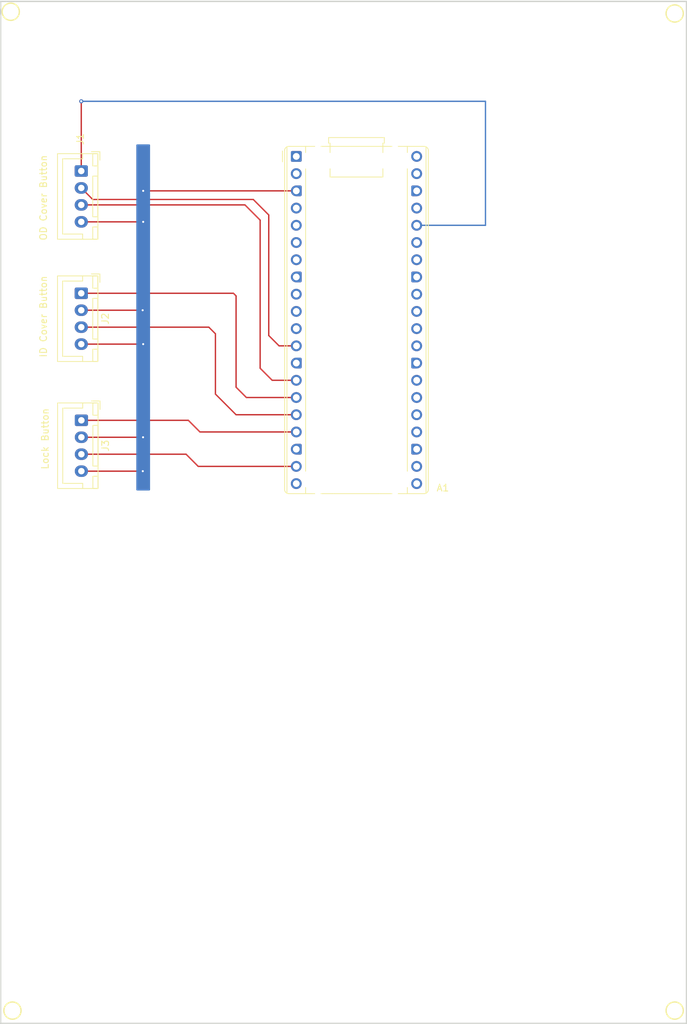
<source format=kicad_pcb>
(kicad_pcb (version 20241229) (generator "pcbnew") (generator_version "9.0")
  (title_block (title "Garage Door Side Entrance Controller") (date "2026-02-08") (rev "v0.0.1") (company "BBG") (comment 2 "MCU Raspberry Pi Pico 2W") (comment 3 "An ESPHome Device") (comment 4 "Tony Gilkerson"))
  (layers (0 "F.Cu" signal) (2 "B.Cu" signal) (13 "F.Paste" user) (15 "B.Paste" user) (5 "F.SilkS" user "F.Silkscreen") (7 "B.SilkS" user "B.Silkscreen") (1 "F.Mask" user) (3 "B.Mask" user) (25 "Edge.Cuts" user))
  (net 0 "")
  (net 3 "/OD Cover Button | GP10 |4-14")
  (net 6 "GND")
  (net 9 "/Is Active LED | GP9 | 3-12")
  (net 11 "/3v3")
  (net 13 "/ID Cover Button | GP12 | 6-16")
  (net 18 "/Locked Button | GP14 | 8-19")
  (net 23 "+5V")
  (net 28 "/Run LED | GP11 | 5-15")
  (net 29 "/Locked LED | GP13 | 7-17")
  (footprint "Connector_JST:JST_XH_B4B-XH-A_1x04_P2.50mm_Vertical" (layer "F.Cu") (at 62.247 112.582 -90)
    (property "Reference" "J3" (at 3.75 -3.55 90) (layer "F.SilkS"))
    (property "Value" "Conn_01x04")
    (property "User1" "Lock Button" (at 2.734 5.351 90) (layer "F.SilkS"))
    (fp_line (start -1.8 2.75) (end 3.75 2.75) (stroke (width 0.12)) (layer "F.SilkS"))
    (fp_line (start 9.3 2.75) (end 3.75 2.75) (stroke (width 0.12)) (layer "F.SilkS"))
    (fp_line (start -2.55 -0.2) (end -1.8 -0.2) (stroke (width 0.12)) (layer "F.SilkS"))
    (fp_line (start -1.8 -0.2) (end -1.8 2.75) (stroke (width 0.12)) (layer "F.SilkS"))
    (fp_line (start 9.3 -0.2) (end 9.3 2.75) (stroke (width 0.12)) (layer "F.SilkS"))
    (fp_line (start 10.05 -0.2) (end 9.3 -0.2) (stroke (width 0.12)) (layer "F.SilkS"))
    (fp_line (start -2.85 -2.75) (end -2.85 -1.5) (stroke (width 0.12)) (layer "F.SilkS"))
    (fp_line (start -1.6 -2.75) (end -2.85 -2.75) (stroke (width 0.12)) (layer "F.SilkS"))
    (fp_rect (start -2.55 -2.45) (end -0.75 -1.7) (stroke (width 0.12)) (fill no) (layer "F.SilkS"))
    (fp_rect (start 0.75 -2.45) (end 6.75 -1.7) (stroke (width 0.12)) (fill no) (layer "F.SilkS"))
    (fp_rect (start 8.25 -2.45) (end 10.05 -1.7) (stroke (width 0.12)) (fill no) (layer "F.SilkS"))
    (fp_rect (start -2.56 -2.46) (end 10.06 3.51) (stroke (width 0.12)) (fill no) (layer "F.SilkS"))
    (pad "1" thru_hole roundrect (at 0 0 270) (size 1.7 1.95) (drill 0.95) (layers "*.Cu" "*.Mask") (roundrect_rratio 0.147059) (net 29 "/Locked LED | GP13 | 7-17"))
    (pad "2" thru_hole oval (at 2.5 0 270) (size 1.7 1.95) (drill 0.95) (layers "*.Cu" "*.Mask") (net 6 "GND"))
    (pad "3" thru_hole oval (at 5 0 270) (size 1.7 1.95) (drill 0.95) (layers "*.Cu" "*.Mask") (net 18 "/Locked Button | GP14 | 8-19"))
    (pad "4" thru_hole oval (at 7.5 0 270) (size 1.7 1.95) (drill 0.95) (layers "*.Cu" "*.Mask") (net 6 "GND"))
  )
  (footprint "Connector_JST:JST_XH_B4B-XH-A_1x04_P2.50mm_Vertical" (layer "F.Cu") (at 62.23 93.846 -90)
    (property "Reference" "J2" (at 3.75 -3.55 90) (layer "F.SilkS"))
    (property "Value" "Conn_01x04")
    (property "User1" "ID Cover Button" (at 3.436 5.588 90) (layer "F.SilkS"))
    (fp_line (start -1.8 2.75) (end 3.75 2.75) (stroke (width 0.12)) (layer "F.SilkS"))
    (fp_line (start 9.3 2.75) (end 3.75 2.75) (stroke (width 0.12)) (layer "F.SilkS"))
    (fp_line (start -2.55 -0.2) (end -1.8 -0.2) (stroke (width 0.12)) (layer "F.SilkS"))
    (fp_line (start -1.8 -0.2) (end -1.8 2.75) (stroke (width 0.12)) (layer "F.SilkS"))
    (fp_line (start 9.3 -0.2) (end 9.3 2.75) (stroke (width 0.12)) (layer "F.SilkS"))
    (fp_line (start 10.05 -0.2) (end 9.3 -0.2) (stroke (width 0.12)) (layer "F.SilkS"))
    (fp_line (start -2.85 -2.75) (end -2.85 -1.5) (stroke (width 0.12)) (layer "F.SilkS"))
    (fp_line (start -1.6 -2.75) (end -2.85 -2.75) (stroke (width 0.12)) (layer "F.SilkS"))
    (fp_rect (start -2.55 -2.45) (end -0.75 -1.7) (stroke (width 0.12)) (fill no) (layer "F.SilkS"))
    (fp_rect (start 0.75 -2.45) (end 6.75 -1.7) (stroke (width 0.12)) (fill no) (layer "F.SilkS"))
    (fp_rect (start 8.25 -2.45) (end 10.05 -1.7) (stroke (width 0.12)) (fill no) (layer "F.SilkS"))
    (fp_rect (start -2.56 -2.46) (end 10.06 3.51) (stroke (width 0.12)) (fill no) (layer "F.SilkS"))
    (pad "1" thru_hole roundrect (at 0 0 270) (size 1.7 1.95) (drill 0.95) (layers "*.Cu" "*.Mask") (roundrect_rratio 0.147059) (net 28 "/Run LED | GP11 | 5-15"))
    (pad "2" thru_hole oval (at 2.5 0 270) (size 1.7 1.95) (drill 0.95) (layers "*.Cu" "*.Mask") (net 6 "GND"))
    (pad "3" thru_hole oval (at 5 0 270) (size 1.7 1.95) (drill 0.95) (layers "*.Cu" "*.Mask") (net 13 "/ID Cover Button | GP12 | 6-16"))
    (pad "4" thru_hole oval (at 7.5 0 270) (size 1.7 1.95) (drill 0.95) (layers "*.Cu" "*.Mask") (net 6 "GND"))
  )
  (footprint "Module:RaspberryPi_Pico_Common_THT" (layer "F.Cu") (at 93.98 73.66)
    (property "Reference" "A1" (at 20.6375 48.895 0) (layer "F.SilkS") (effects (justify left)))
    (property "Value" "RaspberryPi_Pico_W")
    (fp_line (start -2.04 0.8) (end -2.04 -0.8) (stroke (width 0.12)) (layer "F.SilkS"))
    (fp_line (start -1.72 -0.87) (end -1.72 49.13) (stroke (width 0.12)) (layer "F.SilkS"))
    (fp_line (start -1.38 -1.417) (end -1.38 49.677) (stroke (width 0.12)) (layer "F.SilkS"))
    (fp_line (start -1.11 -1.48) (end 1.38 -1.48) (stroke (width 0.12)) (layer "F.SilkS"))
    (fp_line (start -1.11 49.74) (end 2.727939 49.74) (stroke (width 0.12)) (layer "F.SilkS"))
    (fp_line (start 1.38 -1.48) (end 1.38 -0.56648) (stroke (width 0.12)) (layer "F.SilkS"))
    (fp_line (start 1.38 -1.48) (end 2.72794 -1.48) (stroke (width 0.12)) (layer "F.SilkS"))
    (fp_line (start 1.38 1.82648) (end 1.38 46.43352) (stroke (width 0.12)) (layer "F.SilkS"))
    (fp_line (start 1.38 48.82648) (end 1.38 49.74) (stroke (width 0.12)) (layer "F.SilkS"))
    (fp_line (start 3.652061 -1.48) (end 4.655 -1.48) (stroke (width 0.12)) (layer "F.SilkS"))
    (fp_line (start 4.655 -1.48) (end 13.125 -1.48) (stroke (width 0.12)) (layer "F.SilkS"))
    (fp_line (start 4.78 -2.78) (end 4.78 -1.96) (stroke (width 0.12)) (layer "F.SilkS"))
    (fp_line (start 4.78 -2.78) (end 13 -2.78) (stroke (width 0.12)) (layer "F.SilkS"))
    (fp_line (start 4.78 -1.96) (end 4.99 -1.96) (stroke (width 0.12)) (layer "F.SilkS"))
    (fp_line (start 4.99 -1.96) (end 4.99 -0.564) (stroke (width 0.12)) (layer "F.SilkS"))
    (fp_line (start 4.99 1.824) (end 4.99 3.04) (stroke (width 0.12)) (layer "F.SilkS"))
    (fp_line (start 5.29 49.74) (end 3.652061 49.74) (stroke (width 0.12)) (layer "F.SilkS"))
    (fp_line (start 12.49 49.74) (end 5.29 49.74) (stroke (width 0.12)) (layer "F.SilkS"))
    (fp_line (start 12.79 -1.96) (end 12.79 -0.564) (stroke (width 0.12)) (layer "F.SilkS"))
    (fp_line (start 12.79 1.824) (end 12.79 3.04) (stroke (width 0.12)) (layer "F.SilkS"))
    (fp_line (start 12.79 3.04) (end 4.99 3.04) (stroke (width 0.12)) (layer "F.SilkS"))
    (fp_line (start 13 -2.78) (end 13 -1.96) (stroke (width 0.12)) (layer "F.SilkS"))
    (fp_line (start 13 -1.96) (end 12.79 -1.96) (stroke (width 0.12)) (layer "F.SilkS"))
    (fp_line (start 13.125 -1.48) (end 14.127939 -1.48) (stroke (width 0.12)) (layer "F.SilkS"))
    (fp_line (start 14.127939 49.74) (end 12.49 49.74) (stroke (width 0.12)) (layer "F.SilkS"))
    (fp_line (start 15.052061 -1.48) (end 16.4 -1.48) (stroke (width 0.12)) (layer "F.SilkS"))
    (fp_line (start 15.052061 49.74) (end 18.89 49.74) (stroke (width 0.12)) (layer "F.SilkS"))
    (fp_line (start 16.4 -1.48) (end 16.4 -0.56648) (stroke (width 0.12)) (layer "F.SilkS"))
    (fp_line (start 16.4 1.82648) (end 16.4 46.43352) (stroke (width 0.12)) (layer "F.SilkS"))
    (fp_line (start 16.4 48.82648) (end 16.4 49.74) (stroke (width 0.12)) (layer "F.SilkS"))
    (fp_line (start 18.89 -1.48) (end 16.4 -1.48) (stroke (width 0.12)) (layer "F.SilkS"))
    (fp_line (start 19.16 49.677) (end 19.16 -1.417) (stroke (width 0.12)) (layer "F.SilkS"))
    (fp_line (start 19.5 -0.87) (end 19.5 49.13) (stroke (width 0.12)) (layer "F.SilkS"))
    (fp_arc (start -1.72 -0.87) (mid -1.541335 -1.301335) (end -1.11 -1.48) (stroke (width 0.12)) (layer "F.SilkS"))
    (fp_arc (start -1.11 49.74) (mid -1.541364 49.561364) (end -1.72 49.13) (stroke (width 0.12)) (layer "F.SilkS"))
    (fp_arc (start 18.89 -1.48) (mid 19.321335 -1.301335) (end 19.5 -0.87) (stroke (width 0.12)) (layer "F.SilkS"))
    (fp_arc (start 19.5 49.13) (mid 19.321335 49.561335) (end 18.89 49.74) (stroke (width 0.12)) (layer "F.SilkS"))
    (pad "1" thru_hole roundrect (at 0 0) (size 1.6 1.6) (drill 1) (layers "*.Cu" "*.Mask") (roundrect_rratio 0.125))
    (pad "2" thru_hole circle (at 0 2.54) (size 1.6 1.6) (drill 1) (layers "*.Cu" "*.Mask"))
    (pad "3" thru_hole custom (at 0 5.08) (size 1.6 1.6) (drill 1) (layers "*.Cu" "*.Mask") (net 6 "GND") (options (clearance outline) (anchor circle)) (primitives (gr_poly (pts (xy 0.8 0.6) (xy 0.8 -0.6) (xy 0.6 -0.8) (xy 0 -0.8) (xy 0 0.8) (xy 0.6 0.8)) (width 0) (fill yes)) (gr_circle (center 0.6 0.6) (end 0.8 0.6) (width 0) (fill yes)) (gr_circle (center 0.6 -0.6) (end 0.8 -0.6) (width 0) (fill yes))))
    (pad "4" thru_hole circle (at 0 7.62) (size 1.6 1.6) (drill 1) (layers "*.Cu" "*.Mask"))
    (pad "5" thru_hole circle (at 0 10.16) (size 1.6 1.6) (drill 1) (layers "*.Cu" "*.Mask"))
    (pad "6" thru_hole circle (at 0 12.7) (size 1.6 1.6) (drill 1) (layers "*.Cu" "*.Mask"))
    (pad "7" thru_hole circle (at 0 15.24) (size 1.6 1.6) (drill 1) (layers "*.Cu" "*.Mask"))
    (pad "8" thru_hole custom (at 0 17.78) (size 1.6 1.6) (drill 1) (layers "*.Cu" "*.Mask") (net 6 "GND") (options (clearance outline) (anchor circle)) (primitives (gr_poly (pts (xy 0.8 0.6) (xy 0.8 -0.6) (xy 0.6 -0.8) (xy 0 -0.8) (xy 0 0.8) (xy 0.6 0.8)) (width 0) (fill yes)) (gr_circle (center 0.6 0.6) (end 0.8 0.6) (width 0) (fill yes)) (gr_circle (center 0.6 -0.6) (end 0.8 -0.6) (width 0) (fill yes))))
    (pad "9" thru_hole circle (at 0 20.32) (size 1.6 1.6) (drill 1) (layers "*.Cu" "*.Mask"))
    (pad "10" thru_hole circle (at 0 22.86) (size 1.6 1.6) (drill 1) (layers "*.Cu" "*.Mask"))
    (pad "11" thru_hole circle (at 0 25.4) (size 1.6 1.6) (drill 1) (layers "*.Cu" "*.Mask"))
    (pad "12" thru_hole circle (at 0 27.94) (size 1.6 1.6) (drill 1) (layers "*.Cu" "*.Mask") (net 9 "/Is Active LED | GP9 | 3-12"))
    (pad "13" thru_hole custom (at 0 30.48) (size 1.6 1.6) (drill 1) (layers "*.Cu" "*.Mask") (net 6 "GND") (options (clearance outline) (anchor circle)) (primitives (gr_poly (pts (xy 0.8 0.6) (xy 0.8 -0.6) (xy 0.6 -0.8) (xy 0 -0.8) (xy 0 0.8) (xy 0.6 0.8)) (width 0) (fill yes)) (gr_circle (center 0.6 0.6) (end 0.8 0.6) (width 0) (fill yes)) (gr_circle (center 0.6 -0.6) (end 0.8 -0.6) (width 0) (fill yes))))
    (pad "14" thru_hole circle (at 0 33.02) (size 1.6 1.6) (drill 1) (layers "*.Cu" "*.Mask") (net 3 "/OD Cover Button | GP10 |4-14"))
    (pad "15" thru_hole circle (at 0 35.56) (size 1.6 1.6) (drill 1) (layers "*.Cu" "*.Mask") (net 28 "/Run LED | GP11 | 5-15"))
    (pad "16" thru_hole circle (at 0 38.1) (size 1.6 1.6) (drill 1) (layers "*.Cu" "*.Mask") (net 13 "/ID Cover Button | GP12 | 6-16"))
    (pad "17" thru_hole circle (at 0 40.64) (size 1.6 1.6) (drill 1) (layers "*.Cu" "*.Mask") (net 29 "/Locked LED | GP13 | 7-17"))
    (pad "18" thru_hole custom (at 0 43.18) (size 1.6 1.6) (drill 1) (layers "*.Cu" "*.Mask") (net 6 "GND") (options (clearance outline) (anchor circle)) (primitives (gr_poly (pts (xy 0.8 0.6) (xy 0.8 -0.6) (xy 0.6 -0.8) (xy 0 -0.8) (xy 0 0.8) (xy 0.6 0.8)) (width 0) (fill yes)) (gr_circle (center 0.6 0.6) (end 0.8 0.6) (width 0) (fill yes)) (gr_circle (center 0.6 -0.6) (end 0.8 -0.6) (width 0) (fill yes))))
    (pad "19" thru_hole circle (at 0 45.72) (size 1.6 1.6) (drill 1) (layers "*.Cu" "*.Mask") (net 18 "/Locked Button | GP14 | 8-19"))
    (pad "20" thru_hole circle (at 0 48.26) (size 1.6 1.6) (drill 1) (layers "*.Cu" "*.Mask"))
    (pad "21" thru_hole circle (at 17.78 48.26) (size 1.6 1.6) (drill 1) (layers "*.Cu" "*.Mask"))
    (pad "22" thru_hole circle (at 17.78 45.72) (size 1.6 1.6) (drill 1) (layers "*.Cu" "*.Mask"))
    (pad "23" thru_hole custom (at 17.78 43.18) (size 1.6 1.6) (drill 1) (layers "*.Cu" "*.Mask") (net 6 "GND") (options (clearance outline) (anchor circle)) (primitives (gr_poly (pts (xy -0.8 0.6) (xy -0.8 -0.6) (xy -0.6 -0.8) (xy 0 -0.8) (xy 0 0.8) (xy -0.6 0.8)) (width 0) (fill yes)) (gr_circle (center -0.6 0.6) (end -0.4 0.6) (width 0) (fill yes)) (gr_circle (center -0.6 -0.6) (end -0.4 -0.6) (width 0) (fill yes))))
    (pad "24" thru_hole circle (at 17.78 40.64) (size 1.6 1.6) (drill 1) (layers "*.Cu" "*.Mask"))
    (pad "25" thru_hole circle (at 17.78 38.1) (size 1.6 1.6) (drill 1) (layers "*.Cu" "*.Mask"))
    (pad "26" thru_hole circle (at 17.78 35.56) (size 1.6 1.6) (drill 1) (layers "*.Cu" "*.Mask"))
    (pad "27" thru_hole circle (at 17.78 33.02) (size 1.6 1.6) (drill 1) (layers "*.Cu" "*.Mask"))
    (pad "28" thru_hole custom (at 17.78 30.48) (size 1.6 1.6) (drill 1) (layers "*.Cu" "*.Mask") (net 6 "GND") (options (clearance outline) (anchor circle)) (primitives (gr_poly (pts (xy -0.8 0.6) (xy -0.8 -0.6) (xy -0.6 -0.8) (xy 0 -0.8) (xy 0 0.8) (xy -0.6 0.8)) (width 0) (fill yes)) (gr_circle (center -0.6 0.6) (end -0.4 0.6) (width 0) (fill yes)) (gr_circle (center -0.6 -0.6) (end -0.4 -0.6) (width 0) (fill yes))))
    (pad "29" thru_hole circle (at 17.78 27.94) (size 1.6 1.6) (drill 1) (layers "*.Cu" "*.Mask"))
    (pad "30" thru_hole circle (at 17.78 25.4) (size 1.6 1.6) (drill 1) (layers "*.Cu" "*.Mask"))
    (pad "31" thru_hole circle (at 17.78 22.86) (size 1.6 1.6) (drill 1) (layers "*.Cu" "*.Mask"))
    (pad "32" thru_hole circle (at 17.78 20.32) (size 1.6 1.6) (drill 1) (layers "*.Cu" "*.Mask"))
    (pad "33" thru_hole custom (at 17.78 17.78) (size 1.6 1.6) (drill 1) (layers "*.Cu" "*.Mask") (options (clearance outline) (anchor circle)) (primitives (gr_poly (pts (xy -0.8 0.6) (xy -0.8 -0.6) (xy -0.6 -0.8) (xy 0 -0.8) (xy 0 0.8) (xy -0.6 0.8)) (width 0) (fill yes)) (gr_circle (center -0.6 0.6) (end -0.4 0.6) (width 0) (fill yes)) (gr_circle (center -0.6 -0.6) (end -0.4 -0.6) (width 0) (fill yes))))
    (pad "34" thru_hole circle (at 17.78 15.24) (size 1.6 1.6) (drill 1) (layers "*.Cu" "*.Mask"))
    (pad "35" thru_hole circle (at 17.78 12.7) (size 1.6 1.6) (drill 1) (layers "*.Cu" "*.Mask"))
    (pad "36" thru_hole circle (at 17.78 10.16) (size 1.6 1.6) (drill 1) (layers "*.Cu" "*.Mask") (net 11 "/3v3"))
    (pad "37" thru_hole circle (at 17.78 7.62) (size 1.6 1.6) (drill 1) (layers "*.Cu" "*.Mask"))
    (pad "38" thru_hole custom (at 17.78 5.08) (size 1.6 1.6) (drill 1) (layers "*.Cu" "*.Mask") (net 6 "GND") (options (clearance outline) (anchor circle)) (primitives (gr_poly (pts (xy -0.8 0.6) (xy -0.8 -0.6) (xy -0.6 -0.8) (xy 0 -0.8) (xy 0 0.8) (xy -0.6 0.8)) (width 0) (fill yes)) (gr_circle (center -0.6 0.6) (end -0.4 0.6) (width 0) (fill yes)) (gr_circle (center -0.6 -0.6) (end -0.4 -0.6) (width 0) (fill yes))))
    (pad "39" thru_hole circle (at 17.78 2.54) (size 1.6 1.6) (drill 1) (layers "*.Cu" "*.Mask"))
    (pad "40" thru_hole circle (at 17.78 0) (size 1.6 1.6) (drill 1) (layers "*.Cu" "*.Mask") (net 23 "+5V"))
    (zone (net 0) (net_name "") (layers "F.Cu" "B.Cu" "F.Paste" "B.Paste") (name "Antenna Copper Keep Out") (connect_pads (clearance 0)) (min_thickness 0.254)
      (keepout (tracks not_allowed) (vias not_allowed) (pads not_allowed) (copperpour not_allowed) (footprints allowed))
      (fill (thermal_gap 0.508) (thermal_bridge_width 0.508))
      (polygon (pts (xy 100.47 122.779895) (xy 95.77 119.129895) (xy 95.77 114.79) (xy 109.97 114.79) (xy 109.97 119.129895) (xy 105.27 122.779895) (xy 105.27 123.79) (xy 100.47 123.79)))
    )
  )
  (footprint "Connector_JST:JST_XH_B4B-XH-A_1x04_P2.50mm_Vertical" (layer "F.Cu") (at 62.23 75.812 -90)
    (property "Reference" "J1" (at -4.706 0.134 90) (layer "F.SilkS"))
    (property "Value" "Conn_01x04")
    (property "User1" "OD Cover Button" (at 3.944 5.588 90) (layer "F.SilkS"))
    (fp_line (start -1.8 2.75) (end 3.75 2.75) (stroke (width 0.12)) (layer "F.SilkS"))
    (fp_line (start 9.3 2.75) (end 3.75 2.75) (stroke (width 0.12)) (layer "F.SilkS"))
    (fp_line (start -2.55 -0.2) (end -1.8 -0.2) (stroke (width 0.12)) (layer "F.SilkS"))
    (fp_line (start -1.8 -0.2) (end -1.8 2.75) (stroke (width 0.12)) (layer "F.SilkS"))
    (fp_line (start 9.3 -0.2) (end 9.3 2.75) (stroke (width 0.12)) (layer "F.SilkS"))
    (fp_line (start 10.05 -0.2) (end 9.3 -0.2) (stroke (width 0.12)) (layer "F.SilkS"))
    (fp_line (start -2.85 -2.75) (end -2.85 -1.5) (stroke (width 0.12)) (layer "F.SilkS"))
    (fp_line (start -1.6 -2.75) (end -2.85 -2.75) (stroke (width 0.12)) (layer "F.SilkS"))
    (fp_rect (start -2.55 -2.45) (end -0.75 -1.7) (stroke (width 0.12)) (fill no) (layer "F.SilkS"))
    (fp_rect (start 0.75 -2.45) (end 6.75 -1.7) (stroke (width 0.12)) (fill no) (layer "F.SilkS"))
    (fp_rect (start 8.25 -2.45) (end 10.05 -1.7) (stroke (width 0.12)) (fill no) (layer "F.SilkS"))
    (fp_rect (start -2.56 -2.46) (end 10.06 3.51) (stroke (width 0.12)) (fill no) (layer "F.SilkS"))
    (pad "1" thru_hole roundrect (at 0 0 270) (size 1.7 1.95) (drill 0.95) (layers "*.Cu" "*.Mask") (roundrect_rratio 0.147059) (net 11 "/3v3"))
    (pad "2" thru_hole oval (at 2.5 0 270) (size 1.7 1.95) (drill 0.95) (layers "*.Cu" "*.Mask") (net 9 "/Is Active LED | GP9 | 3-12"))
    (pad "3" thru_hole oval (at 5 0 270) (size 1.7 1.95) (drill 0.95) (layers "*.Cu" "*.Mask") (net 3 "/OD Cover Button | GP10 |4-14"))
    (pad "4" thru_hole oval (at 7.5 0 270) (size 1.7 1.95) (drill 0.95) (layers "*.Cu" "*.Mask") (net 6 "GND"))
  )
  (gr_circle (center 149.86 52.578) (end 151.13 52.578) (stroke (width 0.2)) (fill no) (layer "F.SilkS"))
  (gr_circle (center 52.07 199.644) (end 53.34 199.644) (stroke (width 0.2)) (fill no) (layer "F.SilkS"))
  (gr_circle (center 51.816 52.324) (end 53.086 52.324) (stroke (width 0.2)) (fill no) (layer "F.SilkS"))
  (gr_circle (center 149.86 199.644) (end 151.13 199.644) (stroke (width 0.2)) (fill no) (layer "F.SilkS"))
  (gr_rect (start 50.33 50.8) (end 151.6 201.53) (stroke (width 0.2)) (fill no) (layer "Edge.Cuts"))
  (segment (start 88.646 104.902) (end 90.424 106.68) (width 0.2) (layer "F.Cu") (net 3))
  (segment (start 90.424 106.68) (end 93.98 106.68) (width 0.2) (layer "F.Cu") (net 3))
  (segment (start 86.4 80.812) (end 88.646 83.058) (width 0.2) (layer "F.Cu") (net 3))
  (segment (start 62.23 80.812) (end 86.4 80.812) (width 0.2) (layer "F.Cu") (net 3))
  (segment (start 88.646 83.058) (end 88.646 104.902) (width 0.2) (layer "F.Cu") (net 3))
  (segment (start 71.374 115.062) (end 71.354 115.082) (width 0.2) (layer "F.Cu") (net 6))
  (segment (start 71.314 120.082) (end 71.374 120.142) (width 0.2) (layer "F.Cu") (net 6))
  (segment (start 62.23 101.346) (end 71.374 101.346) (width 0.2) (layer "F.Cu") (net 6))
  (segment (start 71.374 96.266) (end 71.294 96.346) (width 0.2) (layer "F.Cu") (net 6))
  (segment (start 62.247 115.082) (end 71.354 115.082) (width 0.2) (layer "F.Cu") (net 6))
  (segment (start 62.23 83.312) (end 71.374 83.312) (width 0.2) (layer "F.Cu") (net 6))
  (segment (start 62.247 120.082) (end 71.314 120.082) (width 0.2) (layer "F.Cu") (net 6))
  (segment (start 93.98 78.74) (end 71.374 78.74) (width 0.2) (layer "F.Cu") (net 6))
  (segment (start 62.23 96.346) (end 71.294 96.346) (width 0.2) (layer "F.Cu") (net 6))
  (via (at 71.314 120.082) (size 0.6) (drill 0.3) (layers "F.Cu" "B.Cu") (net 6))
  (via (at 71.354 115.082) (size 0.6) (drill 0.3) (layers "F.Cu" "B.Cu") (net 6))
  (via (at 71.374 101.346) (size 0.6) (drill 0.3) (layers "F.Cu" "B.Cu") (net 6))
  (via (at 71.294 96.346) (size 0.6) (drill 0.3) (layers "F.Cu" "B.Cu") (net 6))
  (via (at 71.374 78.74) (size 0.6) (drill 0.3) (layers "F.Cu" "B.Cu") (net 6))
  (via (at 71.374 83.312) (size 0.6) (drill 0.3) (layers "F.Cu" "B.Cu") (net 6))
  (segment (start 91.44 101.6) (end 93.98 101.6) (width 0.2) (layer "F.Cu") (net 9))
  (segment (start 89.916 100.076) (end 91.44 101.6) (width 0.2) (layer "F.Cu") (net 9))
  (segment (start 89.916 82.296) (end 89.916 100.076) (width 0.2) (layer "F.Cu") (net 9))
  (segment (start 63.928 80.01) (end 87.63 80.01) (width 0.2) (layer "F.Cu") (net 9))
  (segment (start 87.63 80.01) (end 89.916 82.296) (width 0.2) (layer "F.Cu") (net 9))
  (segment (start 62.23 78.312) (end 63.928 80.01) (width 0.2) (layer "F.Cu") (net 9))
  (segment (start 62.23 75.812) (end 62.23 65.532) (width 0.2) (layer "F.Cu") (net 11))
  (via (at 62.23 65.532) (size 0.6) (drill 0.3) (layers "F.Cu" "B.Cu") (net 11))
  (segment (start 121.92 83.82) (end 111.76 83.82) (width 0.2) (layer "B.Cu") (net 11))
  (segment (start 121.92 65.532) (end 121.92 83.82) (width 0.2) (layer "B.Cu") (net 11))
  (segment (start 62.23 65.532) (end 121.92 65.532) (width 0.2) (layer "B.Cu") (net 11))
  (segment (start 85.09 111.76) (end 93.98 111.76) (width 0.2) (layer "F.Cu") (net 13))
  (segment (start 82.042 108.712) (end 85.09 111.76) (width 0.2) (layer "F.Cu") (net 13))
  (segment (start 81.066 98.846) (end 82.042 99.822) (width 0.2) (layer "F.Cu") (net 13))
  (segment (start 82.042 99.822) (end 82.042 108.712) (width 0.2) (layer "F.Cu") (net 13))
  (segment (start 62.23 98.846) (end 81.066 98.846) (width 0.2) (layer "F.Cu") (net 13))
  (segment (start 77.704 117.582) (end 79.502 119.38) (width 0.2) (layer "F.Cu") (net 18))
  (segment (start 62.247 117.582) (end 77.704 117.582) (width 0.2) (layer "F.Cu") (net 18))
  (segment (start 79.502 119.38) (end 93.98 119.38) (width 0.2) (layer "F.Cu") (net 18))
  (segment (start 62.23 93.846) (end 84.702 93.846) (width 0.2) (layer "F.Cu") (net 28))
  (segment (start 85.09 107.696) (end 86.614 109.22) (width 0.2) (layer "F.Cu") (net 28))
  (segment (start 84.702 93.846) (end 85.09 94.234) (width 0.2) (layer "F.Cu") (net 28))
  (segment (start 86.614 109.22) (end 93.98 109.22) (width 0.2) (layer "F.Cu") (net 28))
  (segment (start 85.09 94.234) (end 85.09 107.696) (width 0.2) (layer "F.Cu") (net 28))
  (segment (start 79.756 114.3) (end 93.98 114.3) (width 0.2) (layer "F.Cu") (net 29))
  (segment (start 78.038 112.582) (end 79.756 114.3) (width 0.2) (layer "F.Cu") (net 29))
  (segment (start 62.247 112.582) (end 78.038 112.582) (width 0.2) (layer "F.Cu") (net 29))
  (zone (net 6) (net_name "GND") (layer "B.Cu") (name "GND Strip") (connect_pads (clearance 0.5)) (min_thickness 0.25) (fill yes (thermal_gap 0.5) (thermal_bridge_width 0.5))
    (polygon (pts (xy 70.358 71.882) (xy 70.358 122.936) (xy 72.39 122.936) (xy 72.39 122.936) (xy 72.39 71.882) (xy 71.374 71.882) (xy 70.612 71.882) (xy 70.612 71.882)))
  )
)
</source>
